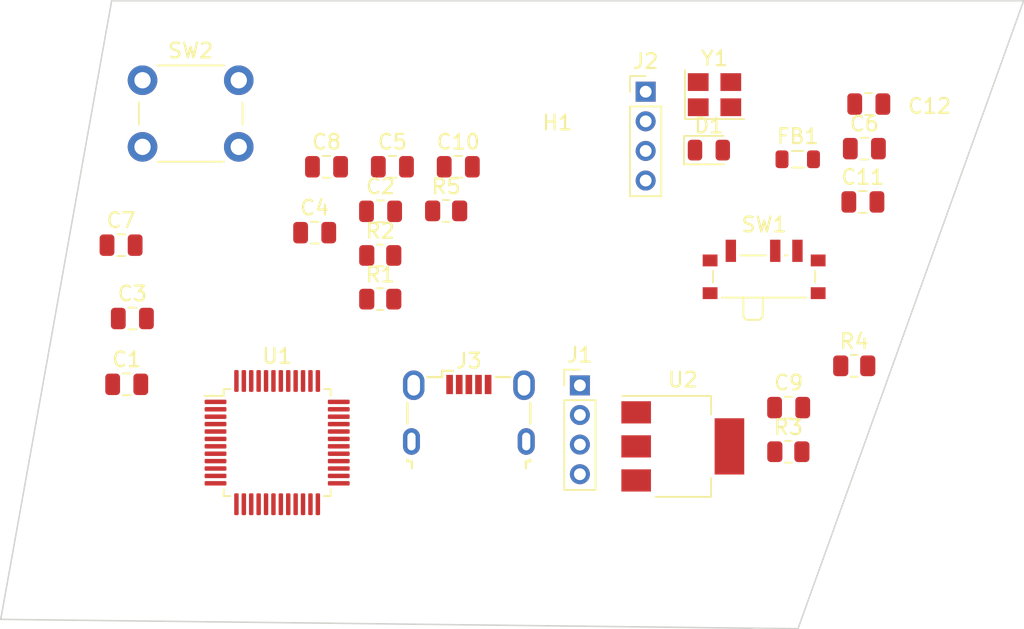
<source format=kicad_pcb>
(kicad_pcb (version 20211014) (generator pcbnew)
  (layers (0 "F.Cu" signal) (31 "B.Cu" power) (34 "B.Paste" user) (35 "F.Paste" user) (36 "B.SilkS" user "B.Silkscreen") (37 "F.SilkS" user "F.Silkscreen") (38 "B.Mask" user) (39 "F.Mask" user) (44 "Edge.Cuts" user))
  (net 0 "")
  (net 1 "+3V3")
  (net 2 "Net-(C1-Pad2)")
  (net 3 "/HSE_IN")
  (net 4 "GND")
  (net 5 "/HSE_OUT")
  (net 6 "+3.3VA")
  (net 7 "VBUS")
  (net 8 "/power_led_k")
  (net 9 "/USART1_TX")
  (net 10 "/USART1_RX")
  (net 11 "/I2C2_SCL")
  (net 12 "/I2C2_SDA")
  (net 13 "/SWDIO")
  (net 14 "/SWCLK")
  (net 15 "/USB_D-")
  (net 16 "/USB_D+")
  (net 19 "/NRST")
  (net 20 "/BOOT0")
  (footprint "Capacitor_SMD:C_0805_2012Metric" (layer "F.Cu") (at 87.823 98.044)
    (fp_text reference "C11" (at 0 -1.68) (layer "F.SilkS"))
    (fp_text value "22u")
    (fp_line (start -0.261252 -0.735) (end 0.261252 -0.735) (layer "F.SilkS") (width 0.12))
    (fp_line (start -0.261252 0.735) (end 0.261252 0.735) (layer "F.SilkS") (width 0.12))
    (pad "1" smd roundrect locked (at -0.95 0) (size 1 1.45) (layers "F.Cu" "F.Paste" "F.Mask") (net 7 "VBUS"))
    (pad "2" smd roundrect locked (at 0.95 0) (size 1 1.45) (layers "F.Cu" "F.Paste" "F.Mask") (net 4 "GND"))
  )
  (footprint "Resistor_SMD:R_0805_2012Metric" (layer "F.Cu") (at 87.239 109.115)
    (fp_text reference "R4" (at 0 -1.65) (layer "F.SilkS"))
    (fp_text value "1k5")
    (fp_line (start -0.227064 0.735) (end 0.227064 0.735) (layer "F.SilkS") (width 0.12))
    (fp_line (start -0.227064 -0.735) (end 0.227064 -0.735) (layer "F.SilkS") (width 0.12))
    (pad "1" smd roundrect locked (at -0.9125 0) (size 1.025 1.4) (layers "F.Cu" "F.Paste" "F.Mask") (roundrect_rratio 0.243902) (net 1 "+3V3"))
    (pad "2" smd roundrect locked (at 0.9125 0) (size 1.025 1.4) (layers "F.Cu" "F.Paste" "F.Mask") (roundrect_rratio 0.243902) (net 16 "/USB_D+"))
  )
  (footprint "Capacitor_SMD:C_0805_2012Metric" (layer "F.Cu") (at 60.495 95.669)
    (fp_text reference "C10" (at 0 -1.68) (layer "F.SilkS"))
    (fp_text value "1u")
    (fp_line (start -0.261252 0.735) (end 0.261252 0.735) (layer "F.SilkS") (width 0.12))
    (fp_line (start -0.261252 -0.735) (end 0.261252 -0.735) (layer "F.SilkS") (width 0.12))
    (pad "1" smd roundrect locked (at -0.95 0) (size 1 1.45) (layers "F.Cu" "F.Paste" "F.Mask") (net 1 "+3V3"))
    (pad "2" smd roundrect locked (at 0.95 0) (size 1 1.45) (layers "F.Cu" "F.Paste" "F.Mask") (net 4 "GND"))
  )
  (footprint "Capacitor_SMD:C_0805_2012Metric" (layer "F.Cu") (at 55.245 98.679)
    (fp_text reference "C2" (at 0 -1.68) (layer "F.SilkS"))
    (fp_text value "100n")
    (fp_line (start -0.261252 0.735) (end 0.261252 0.735) (layer "F.SilkS") (width 0.12))
    (fp_line (start -0.261252 -0.735) (end 0.261252 -0.735) (layer "F.SilkS") (width 0.12))
    (pad "1" smd roundrect locked (at -0.95 0) (size 1 1.45) (layers "F.Cu" "F.Paste" "F.Mask") (net 1 "+3V3"))
    (pad "2" smd roundrect locked (at 0.95 0) (size 1 1.45) (layers "F.Cu" "F.Paste" "F.Mask") (net 2 "Net-(C1-Pad2)"))
  )
  (footprint "Resistor_SMD:R_0805_2012Metric" (layer "F.Cu") (at 59.675 98.649)
    (fp_text reference "R5" (at 0 -1.65) (layer "F.SilkS"))
    (fp_text value "1k5")
    (fp_line (start -0.227064 -0.735) (end 0.227064 -0.735) (layer "F.SilkS") (width 0.12))
    (fp_line (start -0.227064 0.735) (end 0.227064 0.735) (layer "F.SilkS") (width 0.12))
    (pad "1" smd roundrect locked (at -0.9125 0) (size 1.025 1.4) (layers "F.Cu" "F.Paste" "F.Mask") (roundrect_rratio 0.243902) (net 8 "/power_led_k"))
    (pad "2" smd roundrect locked (at 0.9125 0) (size 1.025 1.4) (layers "F.Cu" "F.Paste" "F.Mask") (roundrect_rratio 0.243902) (net 4 "GND"))
  )
  (footprint "Connector_PinHeader_2.00mm:PinHeader_1x04_P2.00mm_Vertical" (layer "F.Cu") (at 68.709 110.435)
    (fp_text reference "J1" (at 0 -2.06) (layer "F.SilkS"))
    (fp_text value "Conn_01x04_Male")
    (fp_line (start -1.06 1) (end 1.06 1) (layer "F.SilkS") (width 0.12))
    (fp_line (start -1.06 0) (end -1.06 -1.06) (layer "F.SilkS") (width 0.12))
    (fp_line (start 1.06 1) (end 1.06 7.06) (layer "F.SilkS") (width 0.12))
    (fp_line (start -1.06 1) (end -1.06 7.06) (layer "F.SilkS") (width 0.12))
    (fp_line (start -1.06 7.06) (end 1.06 7.06) (layer "F.SilkS") (width 0.12))
    (fp_line (start -1.06 -1.06) (end 0 -1.06) (layer "F.SilkS") (width 0.12))
    (pad "1" thru_hole rect locked (at 0 0) (size 1.35 1.35) (drill 0.8) (layers *.Cu *.Mask) (net 9 "/USART1_TX"))
    (pad "2" thru_hole oval locked (at 0 2) (size 1.35 1.35) (drill 0.8) (layers *.Cu *.Mask) (net 10 "/USART1_RX"))
    (pad "3" thru_hole oval locked (at 0 4) (size 1.35 1.35) (drill 0.8) (layers *.Cu *.Mask) (net 11 "/I2C2_SCL"))
    (pad "4" thru_hole oval locked (at 0 6) (size 1.35 1.35) (drill 0.8) (layers *.Cu *.Mask) (net 12 "/I2C2_SDA"))
  )
  (footprint "Resistor_SMD:R_0805_2012Metric" (layer "F.Cu") (at 55.225 104.609)
    (fp_text reference "R1" (at 0 -1.65) (layer "F.SilkS"))
    (fp_text value "1k5")
    (fp_line (start -0.227064 0.735) (end 0.227064 0.735) (layer "F.SilkS") (width 0.12))
    (fp_line (start -0.227064 -0.735) (end 0.227064 -0.735) (layer "F.SilkS") (width 0.12))
    (pad "1" smd roundrect locked (at -0.9125 0) (size 1.025 1.4) (layers "F.Cu" "F.Paste" "F.Mask") (roundrect_rratio 0.243902) (net 11 "/I2C2_SCL"))
    (pad "2" smd roundrect locked (at 0.9125 0) (size 1.025 1.4) (layers "F.Cu" "F.Paste" "F.Mask") (roundrect_rratio 0.243902) (net 1 "+3V3"))
  )
  (footprint "Button_Switch_THT:SW_PUSH_6mm" (layer "F.Cu") (at 39.168 89.825)
    (fp_text reference "SW2" (at 3.25 -2) (layer "F.SilkS"))
    (fp_text value "SW_Push")
    (fp_line (start 6.75 3) (end 6.75 1.5) (layer "F.SilkS") (width 0.12))
    (fp_line (start -0.25 1.5) (end -0.25 3) (layer "F.SilkS") (width 0.12))
    (fp_line (start 5.5 -1) (end 1 -1) (layer "F.SilkS") (width 0.12))
    (fp_line (start 1 5.5) (end 5.5 5.5) (layer "F.SilkS") (width 0.12))
    (pad "1" thru_hole circle locked (at 6.5 0 90) (size 2 2) (drill 1.1) (layers *.Cu *.Mask) (net 4 "GND"))
    (pad "1" thru_hole circle locked (at 0 0 90) (size 2 2) (drill 1.1) (layers *.Cu *.Mask) (net 4 "GND"))
    (pad "2" thru_hole circle locked (at 6.5 4.5 90) (size 2 2) (drill 1.1) (layers *.Cu *.Mask) (net 19 "/NRST"))
    (pad "2" thru_hole circle locked (at 0 4.5 90) (size 2 2) (drill 1.1) (layers *.Cu *.Mask) (net 19 "/NRST"))
  )
  (footprint "Inductor_SMD:L_0805_2012Metric" (layer "F.Cu") (at 83.423 95.164)
    (fp_text reference "FB1" (at 0 -1.55) (layer "F.SilkS"))
    (fp_text value "120R")
    (fp_line (start -0.399622 -0.56) (end 0.399622 -0.56) (layer "F.SilkS") (width 0.12))
    (fp_line (start -0.399622 0.56) (end 0.399622 0.56) (layer "F.SilkS") (width 0.12))
    (pad "1" smd roundrect locked (at -1.0625 0) (size 0.875 1.2) (layers "F.Cu" "F.Paste" "F.Mask") (net 6 "+3.3VA"))
    (pad "2" smd roundrect locked (at 1.0625 0) (size 0.875 1.2) (layers "F.Cu" "F.Paste" "F.Mask") (net 1 "+3V3"))
  )
  (footprint "Package_QFP:LQFP-48_7x7mm_P0.5mm" (layer "F.Cu") (at 48.26 114.3)
    (fp_text reference "U1" (at 0 -5.85) (layer "F.SilkS"))
    (fp_text value "STM32F103C8T6")
    (fp_line (start 3.61 3.61) (end 3.61 3.16) (layer "F.SilkS") (width 0.12))
    (fp_line (start 3.61 -3.61) (end 3.61 -3.16) (layer "F.SilkS") (width 0.12))
    (fp_line (start -3.61 -3.16) (end -4.9 -3.16) (layer "F.SilkS") (width 0.12))
    (fp_line (start 3.16 3.61) (end 3.61 3.61) (layer "F.SilkS") (width 0.12))
    (fp_line (start -3.61 3.61) (end -3.61 3.16) (layer "F.SilkS") (width 0.12))
    (fp_line (start -3.16 3.61) (end -3.61 3.61) (layer "F.SilkS") (width 0.12))
    (fp_line (start 3.16 -3.61) (end 3.61 -3.61) (layer "F.SilkS") (width 0.12))
    (fp_line (start -3.61 -3.61) (end -3.61 -3.16) (layer "F.SilkS") (width 0.12))
    (fp_line (start -3.16 -3.61) (end -3.61 -3.61) (layer "F.SilkS") (width 0.12))
    (pad "1" smd roundrect locked (at -4.1625 -2.75) (size 1.475 0.3) (layers "F.Cu" "F.Paste" "F.Mask") (net 1 "+3V3"))
    (pad "2" smd roundrect locked (at -4.1625 -2.25) (size 1.475 0.3) (layers "F.Cu" "F.Paste" "F.Mask"))
    (pad "3" smd roundrect locked (at -4.1625 -1.75) (size 1.475 0.3) (layers "F.Cu" "F.Paste" "F.Mask"))
    (pad "4" smd roundrect locked (at -4.1625 -1.25) (size 1.475 0.3) (layers "F.Cu" "F.Paste" "F.Mask"))
    (pad "5" smd roundrect locked (at -4.1625 -0.75) (size 1.475 0.3) (layers "F.Cu" "F.Paste" "F.Mask") (net 3 "/HSE_IN"))
    (pad "6" smd roundrect locked (at -4.1625 -0.25) (size 1.475 0.3) (layers "F.Cu" "F.Paste" "F.Mask") (net 5 "/HSE_OUT"))
    (pad "7" smd roundrect locked (at -4.1625 0.25) (size 1.475 0.3) (layers "F.Cu" "F.Paste" "F.Mask") (net 19 "/NRST"))
    (pad "8" smd roundrect locked (at -4.1625 0.75) (size 1.475 0.3) (layers "F.Cu" "F.Paste" "F.Mask") (net 4 "GND"))
    (pad "9" smd roundrect locked (at -4.1625 1.25) (size 1.475 0.3) (layers "F.Cu" "F.Paste" "F.Mask") (net 6 "+3.3VA"))
    (pad "10" smd roundrect locked (at -4.1625 1.75) (size 1.475 0.3) (layers "F.Cu" "F.Paste" "F.Mask"))
    (pad "11" smd roundrect locked (at -4.1625 2.25) (size 1.475 0.3) (layers "F.Cu" "F.Paste" "F.Mask"))
    (pad "12" smd roundrect locked (at -4.1625 2.75) (size 1.475 0.3) (layers "F.Cu" "F.Paste" "F.Mask"))
    (pad "13" smd roundrect locked (at -2.75 4.1625) (size 0.3 1.475) (layers "F.Cu" "F.Paste" "F.Mask"))
    (pad "14" smd roundrect locked (at -2.25 4.1625) (size 0.3 1.475) (layers "F.Cu" "F.Paste" "F.Mask"))
    (pad "15" smd roundrect locked (at -1.75 4.1625) (size 0.3 1.475) (layers "F.Cu" "F.Paste" "F.Mask"))
    (pad "16" smd roundrect locked (at -1.25 4.1625) (size 0.3 1.475) (layers "F.Cu" "F.Paste" "F.Mask"))
    (pad "17" smd roundrect locked (at -0.75 4.1625) (size 0.3 1.475) (layers "F.Cu" "F.Paste" "F.Mask"))
    (pad "18" smd roundrect locked (at -0.25 4.1625) (size 0.3 1.475) (layers "F.Cu" "F.Paste" "F.Mask"))
    (pad "19" smd roundrect locked (at 0.25 4.1625) (size 0.3 1.475) (layers "F.Cu" "F.Paste" "F.Mask"))
    (pad "20" smd roundrect locked (at 0.75 4.1625) (size 0.3 1.475) (layers "F.Cu" "F.Paste" "F.Mask"))
    (pad "21" smd roundrect locked (at 1.25 4.1625) (size 0.3 1.475) (layers "F.Cu" "F.Paste" "F.Mask") (net 11 "/I2C2_SCL"))
    (pad "22" smd roundrect locked (at 1.75 4.1625) (size 0.3 1.475) (layers "F.Cu" "F.Paste" "F.Mask") (net 12 "/I2C2_SDA"))
    (pad "23" smd roundrect locked (at 2.25 4.1625) (size 0.3 1.475) (layers "F.Cu" "F.Paste" "F.Mask") (net 4 "GND"))
    (pad "24" smd roundrect locked (at 2.75 4.1625) (size 0.3 1.475) (layers "F.Cu" "F.Paste" "F.Mask") (net 1 "+3V3"))
    (pad "25" smd roundrect locked (at 4.1625 2.75) (size 1.475 0.3) (layers "F.Cu" "F.Paste" "F.Mask"))
    (pad "26" smd roundrect locked (at 4.1625 2.25) (size 1.475 0.3) (layers "F.Cu" "F.Paste" "F.Mask"))
    (pad "27" smd roundrect locked (at 4.1625 1.75) (size 1.475 0.3) (layers "F.Cu" "F.Paste" "F.Mask"))
    (pad "28" smd roundrect locked (at 4.1625 1.25) (size 1.475 0.3) (layers "F.Cu" "F.Paste" "F.Mask"))
    (pad "29" smd roundrect locked (at 4.1625 0.75) (size 1.475 0.3) (layers "F.Cu" "F.Paste" "F.Mask"))
    (pad "30" smd roundrect locked (at 4.1625 0.25) (size 1.475 0.3) (layers "F.Cu" "F.Paste" "F.Mask"))
    (pad "31" smd roundrect locked (at 4.1625 -0.25) (size 1.475 0.3) (layers "F.Cu" "F.Paste" "F.Mask"))
    (pad "32" smd roundrect locked (at 4.1625 -0.75) (size 1.475 0.3) (layers "F.Cu" "F.Paste" "F.Mask") (net 15 "/USB_D-"))
    (pad "33" smd roundrect locked (at 4.1625 -1.25) (size 1.475 0.3) (layers "F.Cu" "F.Paste" "F.Mask") (net 16 "/USB_D+"))
    (pad "34" smd roundrect locked (at 4.1625 -1.75) (size 1.475 0.3) (layers "F.Cu" "F.Paste" "F.Mask") (net 13 "/SWDIO"))
    (pad "35" smd roundrect locked (at 4.1625 -2.25) (size 1.475 0.3) (layers "F.Cu" "F.Paste" "F.Mask") (net 4 "GND"))
    (pad "36" smd roundrect locked (at 4.1625 -2.75) (size 1.475 0.3) (layers "F.Cu" "F.Paste" "F.Mask") (net 1 "+3V3"))
    (pad "37" smd roundrect locked (at 2.75 -4.1625) (size 0.3 1.475) (layers "F.Cu" "F.Paste" "F.Mask") (net 14 "/SWCLK"))
    (pad "38" smd roundrect locked (at 2.25 -4.1625) (size 0.3 1.475) (layers "F.Cu" "F.Paste" "F.Mask"))
    (pad "39" smd roundrect locked (at 1.75 -4.1625) (size 0.3 1.475) (layers "F.Cu" "F.Paste" "F.Mask"))
    (pad "40" smd roundrect locked (at 1.25 -4.1625) (size 0.3 1.475) (layers "F.Cu" "F.Paste" "F.Mask"))
    (pad "41" smd roundrect locked (at 0.75 -4.1625) (size 0.3 1.475) (layers "F.Cu" "F.Paste" "F.Mask"))
    (pad "42" smd roundrect locked (at 0.25 -4.1625) (size 0.3 1.475) (layers "F.Cu" "F.Paste" "F.Mask") (net 9 "/USART1_TX"))
    (pad "43" smd roundrect locked (at -0.25 -4.1625) (size 0.3 1.475) (layers "F.Cu" "F.Paste" "F.Mask") (net 10 "/USART1_RX"))
    (pad "44" smd roundrect locked (at -0.75 -4.1625) (size 0.3 1.475) (layers "F.Cu" "F.Paste" "F.Mask") (net 20 "/BOOT0"))
    (pad "45" smd roundrect locked (at -1.25 -4.1625) (size 0.3 1.475) (layers "F.Cu" "F.Paste" "F.Mask"))
    (pad "46" smd roundrect locked (at -1.75 -4.1625) (size 0.3 1.475) (layers "F.Cu" "F.Paste" "F.Mask"))
    (pad "47" smd roundrect locked (at -2.25 -4.1625) (size 0.3 1.475) (layers "F.Cu" "F.Paste" "F.Mask") (net 4 "GND"))
    (pad "48" smd roundrect locked (at -2.75 -4.1625) (size 0.3 1.475) (layers "F.Cu" "F.Paste" "F.Mask") (net 1 "+3V3"))
  )
  (footprint "Capacitor_SMD:C_0805_2012Metric" (layer "F.Cu") (at 50.795 100.119)
    (fp_text reference "C4" (at 0 -1.68) (layer "F.SilkS"))
    (fp_text value "10p")
    (fp_line (start -0.261252 -0.735) (end 0.261252 -0.735) (layer "F.SilkS") (width 0.12))
    (fp_line (start -0.261252 0.735) (end 0.261252 0.735) (layer "F.SilkS") (width 0.12))
    (pad "1" smd roundrect locked (at -0.95 0) (size 1 1.45) (layers "F.Cu" "F.Paste" "F.Mask") (net 3 "/HSE_IN"))
    (pad "2" smd roundrect locked (at 0.95 0) (size 1 1.45) (layers "F.Cu" "F.Paste" "F.Mask") (net 4 "GND"))
  )
  (footprint "Capacitor_SMD:C_0805_2012Metric" (layer "F.Cu") (at 37.719 100.965)
    (fp_text reference "C7" (at 0 -1.68) (layer "F.SilkS"))
    (fp_text value "100n")
    (fp_line (start -0.261252 -0.735) (end 0.261252 -0.735) (layer "F.SilkS") (width 0.12))
    (fp_line (start -0.261252 0.735) (end 0.261252 0.735) (layer "F.SilkS") (width 0.12))
    (pad "1" smd roundrect locked (at -0.95 0) (size 1 1.45) (layers "F.Cu" "F.Paste" "F.Mask") (net 1 "+3V3"))
    (pad "2" smd roundrect locked (at 0.95 0) (size 1 1.45) (layers "F.Cu" "F.Paste" "F.Mask") (net 2 "Net-(C1-Pad2)"))
  )
  (footprint "Resistor_SMD:R_0805_2012Metric" (layer "F.Cu") (at 82.789 114.915)
    (fp_text reference "R3" (at 0 -1.65) (layer "F.SilkS"))
    (fp_text value "10k")
    (fp_line (start -0.227064 0.735) (end 0.227064 0.735) (layer "F.SilkS") (width 0.12))
    (fp_line (start -0.227064 -0.735) (end 0.227064 -0.735) (layer "F.SilkS") (width 0.12))
    (pad "1" smd roundrect locked (at -0.9125 0) (size 1.025 1.4) (layers "F.Cu" "F.Paste" "F.Mask") (roundrect_rratio 0.243902) (net 1 "+3V3"))
    (pad "2" smd roundrect locked (at 0.9125 0) (size 1.025 1.4) (layers "F.Cu" "F.Paste" "F.Mask") (roundrect_rratio 0.243902) (net 19 "/NRST"))
  )
  (footprint "Connector_USB:USB_Micro-B_Wuerth_629105150521" (layer "F.Cu") (at 61.209 112.275)
    (fp_text reference "J3" (at 0 -3.5) (layer "F.SilkS"))
    (fp_text value "USB_B_Micro")
    (fp_line (start 1.8 -2.4) (end 2.8 -2.4) (layer "F.SilkS") (width 0.15))
    (fp_line (start 4.15 3.3) (end 4.15 3.15) (layer "F.SilkS") (width 0.15))
    (fp_line (start -1.075 -2.825) (end -1.8 -2.825) (layer "F.SilkS") (width 0.15))
    (fp_line (start -1.8 -2.825) (end -1.8 -2.4) (layer "F.SilkS") (width 0.15))
    (fp_line (start 3.85 3.75) (end 3.85 3.3) (layer "F.SilkS") (width 0.15))
    (fp_line (start -1.8 -2.4) (end -2.8 -2.4) (layer "F.SilkS") (width 0.15))
    (fp_line (start -4.15 3.15) (end -4.15 3.3) (layer "F.SilkS") (width 0.15))
    (fp_line (start 4.15 0.75) (end 4.15 -0.65) (layer "F.SilkS") (width 0.15))
    (fp_line (start 3.85 3.3) (end 4.15 3.3) (layer "F.SilkS") (width 0.15))
    (fp_line (start -3.85 3.3) (end -3.85 3.75) (layer "F.SilkS") (width 0.15))
    (fp_line (start -4.15 -0.65) (end -4.15 0.75) (layer "F.SilkS") (width 0.15))
    (fp_line (start -4.15 3.3) (end -3.85 3.3) (layer "F.SilkS") (width 0.15))
    (pad "" np_thru_hole oval locked (at -2.5 -0.8) (size 0.8 0.8) (drill 0.8) (layers *.Cu *.Mask))
    (pad "" np_thru_hole oval locked (at 2.5 -0.8) (size 0.8 0.8) (drill 0.8) (layers *.Cu *.Mask))
    (pad "1" smd rect locked (at -1.3 -1.9) (size 0.45 1.3) (layers "F.Cu" "F.Paste" "F.Mask") (net 7 "VBUS"))
    (pad "2" smd rect locked (at -0.65 -1.9) (size 0.45 1.3) (layers "F.Cu" "F.Paste" "F.Mask") (net 15 "/USB_D-"))
    (pad "3" smd rect locked (at 0 -1.9) (size 0.45 1.3) (layers "F.Cu" "F.Paste" "F.Mask") (net 16 "/USB_D+"))
    (pad "4" smd rect locked (at 0.65 -1.9) (size 0.45 1.3) (layers "F.Cu" "F.Paste" "F.Mask"))
    (pad "5" smd rect locked (at 1.3 -1.9) (size 0.45 1.3) (layers "F.Cu" "F.Paste" "F.Mask") (net 4 "GND"))
    (pad "6" thru_hole oval locked (at 3.725 -1.85) (size 1.45 2) (drill oval 0.85 1.4) (layers *.Cu *.Mask))
    (pad "6" thru_hole oval locked (at -3.875 1.95) (size 1.15 1.8) (drill oval 0.55 1.2) (layers *.Cu *.Mask))
    (pad "6" thru_hole oval locked (at 3.875 1.95) (size 1.15 1.8) (drill oval 0.55 1.2) (layers *.Cu *.Mask))
    (pad "6" thru_hole oval locked (at -3.725 -1.85) (size 1.45 2) (drill oval 0.85 1.4) (layers *.Cu *.Mask))
  )
  (footprint "Crystal:Crystal_SMD_3225-4Pin_3.2x2.5mm" (layer "F.Cu") (at 77.802 90.799)
    (fp_text reference "Y1" (at 0 -2.45) (layer "F.SilkS"))
    (fp_text value "16MHz")
    (fp_line (start -2 -1.65) (end -2 1.65) (layer "F.SilkS") (width 0.12))
    (fp_line (start -2 1.65) (end 2 1.65) (layer "F.SilkS") (width 0.12))
    (pad "1" smd rect locked (at -1.1 0.85) (size 1.4 1.2) (layers "F.Cu" "F.Paste" "F.Mask") (net 3 "/HSE_IN"))
    (pad "2" smd rect locked (at 1.1 0.85) (size 1.4 1.2) (layers "F.Cu" "F.Paste" "F.Mask") (net 4 "GND"))
    (pad "3" smd rect locked (at 1.1 -0.85) (size 1.4 1.2) (layers "F.Cu" "F.Paste" "F.Mask") (net 5 "/HSE_OUT"))
    (pad "4" smd rect locked (at -1.1 -0.85) (size 1.4 1.2) (layers "F.Cu" "F.Paste" "F.Mask") (net 4 "GND"))
  )
  (footprint "Button_Switch_SMD:SW_SPDT_PCM12" (layer "F.Cu") (at 81.153 102.776)
    (fp_text reference "SW1" (at 0 -3.2) (layer "F.SilkS"))
    (fp_text value "SW_DPDT_x2")
    (fp_line (start 3.45 0.72) (end 3.45 -0.07) (layer "F.SilkS") (width 0.12))
    (fp_line (start -0.1 3.02) (end -0.1 1.73) (layer "F.SilkS") (width 0.12))
    (fp_line (start -3.45 -0.07) (end -3.45 0.72) (layer "F.SilkS") (width 0.12))
    (fp_line (start -0.1 3.02) (end -0.3 3.23) (layer "F.SilkS") (width 0.12))
    (fp_line (start -1.4 3.02) (end -1.2 3.23) (layer "F.SilkS") (width 0.12))
    (fp_line (start -2.85 1.73) (end 2.85 1.73) (layer "F.SilkS") (width 0.12))
    (fp_line (start -1.6 -1.12) (end 0.1 -1.12) (layer "F.SilkS") (width 0.12))
    (fp_line (start -1.4 1.73) (end -1.4 3.02) (layer "F.SilkS") (width 0.12))
    (fp_line (start 1.4 -1.12) (end 1.6 -1.12) (layer "F.SilkS") (width 0.12))
    (fp_line (start -1.2 3.23) (end -0.3 3.23) (layer "F.SilkS") (width 0.12))
    (pad "" smd rect locked (at -3.65 1.43) (size 1 0.8) (layers "F.Cu" "F.Paste" "F.Mask"))
    (pad "" smd rect locked (at 3.65 -0.78) (size 1 0.8) (layers "F.Cu" "F.Paste" "F.Mask"))
    (pad "" smd rect locked (at -3.65 -0.78) (size 1 0.8) (layers "F.Cu" "F.Paste" "F.Mask"))
    (pad "" np_thru_hole circle locked (at 1.5 0.33) (size 0.9 0.9) (drill 0.9) (layers *.Cu *.Mask))
    (pad "" smd rect locked (at 3.65 1.43) (size 1 0.8) (layers "F.Cu" "F.Paste" "F.Mask"))
    (pad "" np_thru_hole circle locked (at -1.5 0.33) (size 0.9 0.9) (drill 0.9) (layers *.Cu *.Mask))
    (pad "1" smd rect locked (at -2.25 -1.43) (size 0.7 1.5) (layers "F.Cu" "F.Paste" "F.Mask") (net 4 "GND"))
    (pad "2" smd rect locked (at 0.75 -1.43) (size 0.7 1.5) (layers "F.Cu" "F.Paste" "F.Mask") (net 20 "/BOOT0"))
    (pad "3" smd rect locked (at 2.25 -1.43) (size 0.7 1.5) (layers "F.Cu" "F.Paste" "F.Mask") (net 1 "+3V3"))
  )
  (footprint "Capacitor_SMD:C_0805_2012Metric" (layer "F.Cu") (at 38.481 105.918)
    (fp_text reference "C3" (at 0 -1.68) (layer "F.SilkS"))
    (fp_text value "100n")
    (fp_line (start -0.261252 -0.735) (end 0.261252 -0.735) (layer "F.SilkS") (width 0.12))
    (fp_line (start -0.261252 0.735) (end 0.261252 0.735) (layer "F.SilkS") (width 0.12))
    (pad "1" smd roundrect locked (at -0.95 0) (size 1 1.45) (layers "F.Cu" "F.Paste" "F.Mask") (net 1 "+3V3"))
    (pad "2" smd roundrect locked (at 0.95 0) (size 1 1.45) (layers "F.Cu" "F.Paste" "F.Mask") (net 2 "Net-(C1-Pad2)"))
  )
  (footprint "Capacitor_SMD:C_0805_2012Metric" (layer "F.Cu") (at 56.045 95.669)
    (fp_text reference "C5" (at 0 -1.68) (layer "F.SilkS"))
    (fp_text value "100n")
    (fp_line (start -0.261252 -0.735) (end 0.261252 -0.735) (layer "F.SilkS") (width 0.12))
    (fp_line (start -0.261252 0.735) (end 0.261252 0.735) (layer "F.SilkS") (width 0.12))
    (pad "1" smd roundrect locked (at -0.95 0) (size 1 1.45) (layers "F.Cu" "F.Paste" "F.Mask") (net 1 "+3V3"))
    (pad "2" smd roundrect locked (at 0.95 0) (size 1 1.45) (layers "F.Cu" "F.Paste" "F.Mask") (net 2 "Net-(C1-Pad2)"))
  )
  (footprint "Capacitor_SMD:C_0805_2012Metric" (layer "F.Cu") (at 82.809 111.935)
    (fp_text reference "C9" (at 0 -1.68) (layer "F.SilkS"))
    (fp_text value "1u")
    (fp_line (start -0.261252 0.735) (end 0.261252 0.735) (layer "F.SilkS") (width 0.12))
    (fp_line (start -0.261252 -0.735) (end 0.261252 -0.735) (layer "F.SilkS") (width 0.12))
    (pad "1" smd roundrect locked (at -0.95 0) (size 1 1.45) (layers "F.Cu" "F.Paste" "F.Mask") (net 6 "+3.3VA"))
    (pad "2" smd roundrect locked (at 0.95 0) (size 1 1.45) (layers "F.Cu" "F.Paste" "F.Mask") (net 4 "GND"))
  )
  (footprint "Capacitor_SMD:C_0805_2012Metric" (layer "F.Cu") (at 87.923 94.444)
    (fp_text reference "C6" (at 0 -1.68) (layer "F.SilkS"))
    (fp_text value "10p")
    (fp_line (start -0.261252 0.735) (end 0.261252 0.735) (layer "F.SilkS") (width 0.12))
    (fp_line (start -0.261252 -0.735) (end 0.261252 -0.735) (layer "F.SilkS") (width 0.12))
    (pad "1" smd roundrect locked (at -0.95 0) (size 1 1.45) (layers "F.Cu" "F.Paste" "F.Mask") (net 5 "/HSE_OUT"))
    (pad "2" smd roundrect locked (at 0.95 0) (size 1 1.45) (layers "F.Cu" "F.Paste" "F.Mask") (net 4 "GND"))
  )
  (footprint "LED_SMD:LED_0805_2012Metric" (layer "F.Cu") (at 77.422 94.544)
    (fp_text reference "D1" (at 0 -1.65) (layer "F.SilkS"))
    (fp_text value "LED")
    (fp_line (start 1 -0.96) (end -1.685 -0.96) (layer "F.SilkS") (width 0.12))
    (fp_line (start -1.685 0.96) (end 1 0.96) (layer "F.SilkS") (width 0.12))
    (fp_line (start -1.685 -0.96) (end -1.685 0.96) (layer "F.SilkS") (width 0.12))
    (pad "1" smd roundrect locked (at -0.9375 0) (size 0.975 1.4) (layers "F.Cu" "F.Paste" "F.Mask") (net 8 "/power_led_k"))
    (pad "2" smd roundrect locked (at 0.9375 0) (size 0.975 1.4) (layers "F.Cu" "F.Paste" "F.Mask") (net 1 "+3V3"))
  )
  (footprint "Resistor_SMD:R_0805_2012Metric" (layer "F.Cu") (at 55.225 101.659)
    (fp_text reference "R2" (at 0 -1.65) (layer "F.SilkS"))
    (fp_text value "1k5")
    (fp_line (start -0.227064 -0.735) (end 0.227064 -0.735) (layer "F.SilkS") (width 0.12))
    (fp_line (start -0.227064 0.735) (end 0.227064 0.735) (layer "F.SilkS") (width 0.12))
    (pad "1" smd roundrect locked (at -0.9125 0) (size 1.025 1.4) (layers "F.Cu" "F.Paste" "F.Mask") (roundrect_rratio 0.243902) (net 12 "/I2C2_SDA"))
    (pad "2" smd roundrect locked (at 0.9125 0) (size 1.025 1.4) (layers "F.Cu" "F.Paste" "F.Mask") (roundrect_rratio 0.243902) (net 1 "+3V3"))
  )
  (footprint "Capacitor_SMD:C_0805_2012Metric" (layer "F.Cu") (at 88.223 91.434)
    (fp_text reference "C12" (at 4.106 0.133) (layer "F.SilkS"))
    (fp_text value "22u")
    (fp_line (start -0.261252 -0.735) (end 0.261252 -0.735) (layer "F.SilkS") (width 0.12))
    (fp_line (start -0.261252 0.735) (end 0.261252 0.735) (layer "F.SilkS") (width 0.12))
    (pad "1" smd roundrect locked (at -0.95 0) (size 1 1.45) (layers "F.Cu" "F.Paste" "F.Mask") (net 1 "+3V3"))
    (pad "2" smd roundrect locked (at 0.95 0) (size 1 1.45) (layers "F.Cu" "F.Paste" "F.Mask") (net 4 "GND"))
  )
  (footprint "Capacitor_SMD:C_0805_2012Metric" (layer "F.Cu") (at 38.1 110.363)
    (fp_text reference "C1" (at 0 -1.68) (layer "F.SilkS"))
    (fp_text value "10u")
    (fp_line (start -0.261252 0.735) (end 0.261252 0.735) (layer "F.SilkS") (width 0.12))
    (fp_line (start -0.261252 -0.735) (end 0.261252 -0.735) (layer "F.SilkS") (width 0.12))
    (pad "1" smd roundrect locked (at -0.95 0) (size 1 1.45) (layers "F.Cu" "F.Paste" "F.Mask") (net 1 "+3V3"))
    (pad "2" smd roundrect locked (at 0.95 0) (size 1 1.45) (layers "F.Cu" "F.Paste" "F.Mask") (net 2 "Net-(C1-Pad2)"))
  )
  (footprint "Capacitor_SMD:C_0805_2012Metric" (layer "F.Cu") (at 51.595 95.669)
    (fp_text reference "C8" (at 0 -1.68) (layer "F.SilkS"))
    (fp_text value "10n")
    (fp_line (start -0.261252 -0.735) (end 0.261252 -0.735) (layer "F.SilkS") (width 0.12))
    (fp_line (start -0.261252 0.735) (end 0.261252 0.735) (layer "F.SilkS") (width 0.12))
    (pad "1" smd roundrect locked (at -0.95 0) (size 1 1.45) (layers "F.Cu" "F.Paste" "F.Mask") (net 6 "+3.3VA"))
    (pad "2" smd roundrect locked (at 0.95 0) (size 1 1.45) (layers "F.Cu" "F.Paste" "F.Mask") (net 4 "GND"))
  )
  (footprint "Package_TO_SOT_SMD:SOT-223-3_TabPin2" (layer "F.Cu") (at 75.659 114.555)
    (fp_text reference "U2" (at 0 -4.5) (layer "F.SilkS"))
    (fp_text value "AMS1117-3.3")
    (fp_line (start -1.85 3.41) (end 1.91 3.41) (layer "F.SilkS") (width 0.12))
    (fp_line (start 1.91 -3.41) (end 1.91 -2.15) (layer "F.SilkS") (width 0.12))
    (fp_line (start 1.91 3.41) (end 1.91 2.15) (layer "F.SilkS") (width 0.12))
    (fp_line (start -4.1 -3.41) (end 1.91 -3.41) (layer "F.SilkS") (width 0.12))
    (pad "1" smd rect locked (at -3.15 -2.3) (size 2 1.5) (layers "F.Cu" "F.Paste" "F.Mask") (net 4 "GND"))
    (pad "2" smd rect locked (at 3.15 0) (size 2 3.8) (layers "F.Cu" "F.Paste" "F.Mask") (net 1 "+3V3"))
    (pad "2" smd rect locked (at -3.15 0) (size 2 1.5) (layers "F.Cu" "F.Paste" "F.Mask") (net 1 "+3V3"))
    (pad "3" smd rect locked (at -3.15 2.3) (size 2 1.5) (layers "F.Cu" "F.Paste" "F.Mask") (net 7 "VBUS"))
  )
  (footprint "Connector_PinHeader_2.00mm:PinHeader_1x04_P2.00mm_Vertical" (layer "F.Cu") (at 73.152 90.599)
    (fp_text reference "J2" (at 0 -2.06) (layer "F.SilkS"))
    (fp_text value "Conn_01x04_Male")
    (fp_line (start -1.06 -1.06) (end 0 -1.06) (layer "F.SilkS") (width 0.12))
    (fp_line (start -1.06 1) (end 1.06 1) (layer "F.SilkS") (width 0.12))
    (fp_line (start -1.06 0) (end -1.06 -1.06) (layer "F.SilkS") (width 0.12))
    (fp_line (start -1.06 7.06) (end 1.06 7.06) (layer "F.SilkS") (width 0.12))
    (fp_line (start -1.06 1) (end -1.06 7.06) (layer "F.SilkS") (width 0.12))
    (fp_line (start 1.06 1) (end 1.06 7.06) (layer "F.SilkS") (width 0.12))
    (pad "1" thru_hole rect locked (at 0 0) (size 1.35 1.35) (drill 0.8) (layers *.Cu *.Mask) (net 1 "+3V3"))
    (pad "2" thru_hole oval locked (at 0 2) (size 1.35 1.35) (drill 0.8) (layers *.Cu *.Mask) (net 13 "/SWDIO"))
    (pad "3" thru_hole oval locked (at 0 4) (size 1.35 1.35) (drill 0.8) (layers *.Cu *.Mask) (net 14 "/SWCLK"))
    (pad "4" thru_hole oval locked (at 0 6) (size 1.35 1.35) (drill 0.8) (layers *.Cu *.Mask) (net 4 "GND"))
  )
  (footprint "MountingHole:MountingHole_2.2mm_M2" (layer "F.Cu") (at 67.183 95.885)
    (fp_text reference "H1" (at 0 -3.2) (layer "F.SilkS"))
    (fp_text value "MountingHole")
    (pad "" np_thru_hole circle locked (at 0 0) (size 2.2 2.2) (drill 2.2) (layers *.Cu *.Mask))
  )
  (gr_line (start 83.439 126.873) (end 29.591 126.238) (layer "Edge.Cuts") (width 0.1))
  (gr_line (start 37.084 84.455) (end 98.679 84.455) (layer "Edge.Cuts") (width 0.1))
  (gr_line (start 29.591 126.238) (end 37.084 84.455) (layer "Edge.Cuts") (width 0.1))
  (gr_line (start 98.679 84.455) (end 83.439 126.873) (layer "Edge.Cuts") (width 0.1))
)
</source>
